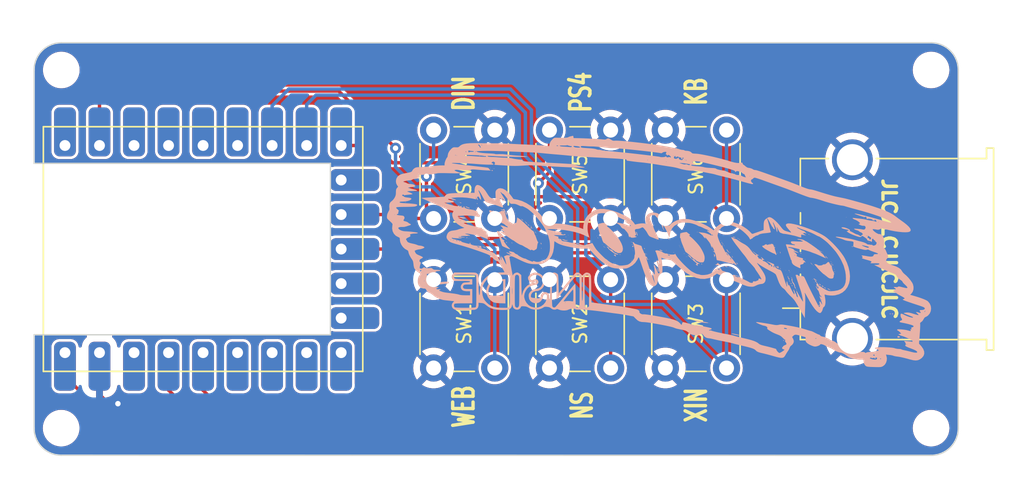
<source format=kicad_pcb>
(kicad_pcb (version 20221018) (generator pcbnew)
  (layers (0 "F.Cu" signal) (31 "B.Cu" signal) (34 "B.Paste" user) (35 "F.Paste" user) (36 "B.SilkS" user "B.Silkscreen") (37 "F.SilkS" user "F.Silkscreen") (38 "B.Mask" user) (39 "F.Mask" user) (44 "Edge.Cuts" user))
  (net 0 "")
  (net 1 "UP")
  (net 2 "OPTION")
  (net 3 "TP")
  (net 4 "SHARE")
  (net 5 "RIGHT")
  (net 6 "CROSS")
  (net 7 "CIRCLE")
  (net 8 "R2")
  (net 9 "R3")
  (net 10 "SQUARE")
  (net 11 "TRIANGLE")
  (net 12 "R1")
  (net 13 "PS")
  (net 14 "LEFT")
  (net 15 "L3")
  (net 16 "L2")
  (net 17 "L1")
  (net 18 "D_P")
  (net 19 "D_M")
  (net 20 "DOWN")
  (net 21 "+3.3V")
  (net 22 "+5V")
  (net 23 "GND")
  (footprint "MountingHole:MountingHole_2.2mm_M2" (layer "F.Cu") (at 97.8 51.65 90)
    (fp_text reference "H4" hide)
    (fp_text value "MountingHole")
    (pad "" np_thru_hole circle (at 0 0 90) (size 2.2 2.2) (drill 2.2) (layers "*.Cu" "*.Mask"))
  )
  (footprint "MountingHole:MountingHole_2.2mm_M2" (layer "F.Cu") (at 33.8 78 90)
    (fp_text reference "H1" hide)
    (fp_text value "MountingHole")
    (pad "" np_thru_hole circle (at 0 0 90) (size 2.2 2.2) (drill 2.2) (layers "*.Cu" "*.Mask"))
  )
  (footprint "Button_Switch_THT:SW_PUSH_6mm_H13mm" (layer "F.Cu") (at 61.2 62.575 90)
    (fp_text reference "SW4" (at 3.25 2.25 90) (layer "F.SilkS"))
    (fp_text value "SW_Push_Open")
    (pad "1" thru_hole circle (at 0 0 180) (size 2 2) (drill 1.1) (layers "*.Cu" "*.Mask") (net 10 "SQUARE"))
    (pad "1" thru_hole circle (at 6.5 0 180) (size 2 2) (drill 1.1) (layers "*.Cu" "*.Mask") (net 10 "SQUARE"))
    (pad "2" thru_hole circle (at 0 4.5 180) (size 2 2) (drill 1.1) (layers "*.Cu" "*.Mask") (net 23 "GND"))
    (pad "2" thru_hole circle (at 6.5 4.5 180) (size 2 2) (drill 1.1) (layers "*.Cu" "*.Mask") (net 23 "GND"))
  )
  (footprint "Connector_USB:USB_A_TE_292303-7_Horizontal" (layer "F.Cu") (at 94.71 64.825 90)
    (fp_text reference "J1" hide)
    (fp_text value "USB_A")
    (pad "1" smd rect (at -3.5 -6.38 90) (size 1.25 3) (layers "F.Cu" "F.Paste" "F.Mask") (net 22 "+5V"))
    (pad "2" smd rect (at -1 -6.38 90) (size 1.25 3) (layers "F.Cu" "F.Paste" "F.Mask") (net 19 "D_M"))
    (pad "3" smd rect (at 1 -6.38 90) (size 1.25 3) (layers "F.Cu" "F.Paste" "F.Mask") (net 18 "D_P"))
    (pad "4" smd rect (at 3.5 -6.38 90) (size 1.25 3) (layers "F.Cu" "F.Paste" "F.Mask") (net 23 "GND"))
    (pad "5" thru_hole circle (at -6.57 -2.7 90) (size 3 3) (drill 2.3) (layers "*.Cu" "*.Mask") (net 23 "GND"))
    (pad "5" thru_hole circle (at 6.57 -2.7 90) (size 3 3) (drill 2.3) (layers "*.Cu" "*.Mask") (net 23 "GND"))
  )
  (footprint "Button_Switch_THT:SW_PUSH_6mm_H13mm" (layer "F.Cu") (at 69.725 62.575 90)
    (fp_text reference "SW5" (at 3.25 2.25 90) (layer "F.SilkS"))
    (fp_text value "SW_Push_Open")
    (pad "1" thru_hole circle (at 0 0 180) (size 2 2) (drill 1.1) (layers "*.Cu" "*.Mask") (net 11 "TRIANGLE"))
    (pad "1" thru_hole circle (at 6.5 0 180) (size 2 2) (drill 1.1) (layers "*.Cu" "*.Mask") (net 11 "TRIANGLE"))
    (pad "2" thru_hole circle (at 0 4.5 180) (size 2 2) (drill 1.1) (layers "*.Cu" "*.Mask") (net 23 "GND"))
    (pad "2" thru_hole circle (at 6.5 4.5 180) (size 2 2) (drill 1.1) (layers "*.Cu" "*.Mask") (net 23 "GND"))
  )
  (footprint "Button_Switch_THT:SW_PUSH_6mm_H13mm" (layer "F.Cu") (at 74.225 67.075 -90)
    (fp_text reference "SW2" (at 3.25 2.25 90) (layer "F.SilkS"))
    (fp_text value "SW_Push_Open")
    (pad "1" thru_hole circle (at 0 0) (size 2 2) (drill 1.1) (layers "*.Cu" "*.Mask") (net 6 "CROSS"))
    (pad "1" thru_hole circle (at 6.5 0) (size 2 2) (drill 1.1) (layers "*.Cu" "*.Mask") (net 6 "CROSS"))
    (pad "2" thru_hole circle (at 0 4.5) (size 2 2) (drill 1.1) (layers "*.Cu" "*.Mask") (net 23 "GND"))
    (pad "2" thru_hole circle (at 6.5 4.5) (size 2 2) (drill 1.1) (layers "*.Cu" "*.Mask") (net 23 "GND"))
  )
  (footprint "MountingHole:MountingHole_2.2mm_M2" (layer "F.Cu") (at 97.8 78 90)
    (fp_text reference "H3" hide)
    (fp_text value "MountingHole")
    (pad "" np_thru_hole circle (at 0 0 90) (size 2.2 2.2) (drill 2.2) (layers "*.Cu" "*.Mask"))
  )
  (footprint "Button_Switch_THT:SW_PUSH_6mm_H13mm" (layer "F.Cu") (at 82.75 67.075 -90)
    (fp_text reference "SW3" (at 3.25 2.25 90) (layer "F.SilkS"))
    (fp_text value "SW_Push_Open")
    (pad "1" thru_hole circle (at 0 0) (size 2 2) (drill 1.1) (layers "*.Cu" "*.Mask") (net 7 "CIRCLE"))
    (pad "1" thru_hole circle (at 6.5 0) (size 2 2) (drill 1.1) (layers "*.Cu" "*.Mask") (net 7 "CIRCLE"))
    (pad "2" thru_hole circle (at 0 4.5) (size 2 2) (drill 1.1) (layers "*.Cu" "*.Mask") (net 23 "GND"))
    (pad "2" thru_hole circle (at 6.5 4.5) (size 2 2) (drill 1.1) (layers "*.Cu" "*.Mask") (net 23 "GND"))
  )
  (footprint "rp2040-zero,pretty:RP2040-Zero" (layer "F.Cu") (at 55.99 73.825 90)
    (fp_text reference "RZ1" hide)
    (fp_text value "RP2040-Zero")
    (pad "1" thru_hole roundrect (at 16.62 -21.91 270) (size 3.6 1.6) (drill 0.8 (offset -1 0)) (layers "*.Cu" "F.Mask") (net 4 "SHARE"))
    (pad "2" thru_hole roundrect (at 16.62 -19.37 270) (size 3.6 1.6) (drill 0.8 (offset -1 0)) (layers "*.Cu" "F.Mask") (net 2 "OPTION"))
    (pad "3" thru_hole roundrect (at 16.62 -16.83 270) (size 3.6 1.6) (drill 0.8 (offset -1 0)) (layers "*.Cu" "F.Mask") (net 1 "UP"))
    (pad "4" thru_hole roundrect (at 16.62 -14.29 270) (size 3.6 1.6) (drill 0.8 (offset -1 0)) (layers "*.Cu" "F.Mask") (net 20 "DOWN"))
    (pad "5" thru_hole roundrect (at 16.62 -11.75 270) (size 3.6 1.6) (drill 0.8 (offset -1 0)) (layers "*.Cu" "F.Mask") (net 5 "RIGHT"))
    (pad "6" thru_hole roundrect (at 16.62 -9.21 270) (size 3.6 1.6) (drill 0.8 (offset -1 0)) (layers "*.Cu" "F.Mask") (net 14 "LEFT"))
    (pad "7" thru_hole roundrect (at 16.62 -6.67 270) (size 3.6 1.6) (drill 0.8 (offset -1 0)) (layers "*.Cu" "F.Mask") (net 6 "CROSS"))
    (pad "8" thru_hole roundrect (at 16.62 -4.13 270) (size 3.6 1.6) (drill 0.8 (offset -1 0)) (layers "*.Cu" "F.Mask") (net 7 "CIRCLE"))
    (pad "9" thru_hole roundrect (at 16.62 -1.59 270) (size 3.6 1.6) (drill 0.8 (offset -1 0)) (layers "*.Cu" "F.Mask") (net 8 "R2"))
    (pad "10" thru_hole roundrect (at 14.08 -1.59 180) (size 3.6 1.6) (drill 0.8 (offset -1 0)) (layers "*.Cu" "F.Mask") (net 16 "L2"))
    (pad "11" thru_hole roundrect (at 11.54 -1.59 180) (size 3.6 1.6) (drill 0.8 (offset -1 0)) (layers "*.Cu" "F.Mask") (net 10 "SQUARE"))
    (pad "12" thru_hole roundrect (at 9 -1.59 180) (size 3.6 1.6) (drill 0.8 (offset -1 0)) (layers "*.Cu" "F.Mask") (net 11 "TRIANGLE"))
    (pad "13" thru_hole roundrect (at 6.46 -1.59 180) (size 3.6 1.6) (drill 0.8 (offset -1 0)) (layers "*.Cu" "F.Mask") (net 12 "R1"))
    (pad "14" thru_hole roundrect (at 3.92 -1.59 180) (size 3.6 1.6) (drill 0.8 (offset -1 0)) (layers "*.Cu" "F.Mask") (net 17 "L1"))
    (pad "15" thru_hole roundrect (at 1.38 -1.59 90) (size 3.6 1.6) (drill 0.8 (offset -1 0)) (layers "*.Cu" "F.Mask") (net 13 "PS"))
    (pad "16" thru_hole roundrect (at 1.38 -4.13 90) (size 3.6 1.6) (drill 0.8 (offset -1 0)) (layers "*.Cu" "F.Mask") (net 3 "TP"))
    (pad "17" thru_hole roundrect (at 1.38 -6.67 90) (size 3.6 1.6) (drill 0.8 (offset -1 0)) (layers "*.Cu" "F.Mask") (net 15 "L3"))
    (pad "18" thru_hole roundrect (at 1.38 -9.21 90) (size 3.6 1.6) (drill 0.8 (offset -1 0)) (layers "*.Cu" "F.Mask") (net 9 "R3"))
    (pad "19" thru_hole roundrect (at 1.38 -11.75 90) (size 3.6 1.6) (drill 0.8 (offset -1 0)) (layers "*.Cu" "F.Mask") (net 18 "D_P"))
    (pad "20" thru_hole roundrect (at 1.38 -14.29 90) (size 3.6 1.6) (drill 0.8 (offset -1 0)) (layers "*.Cu" "F.Mask") (net 19 "D_M"))
    (pad "21" thru_hole roundrect (at 1.38 -16.83 90) (size 3.6 1.6) (drill 0.8 (offset -1 0)) (layers "*.Cu" "F.Mask") (net 21 "+3.3V"))
    (pad "22" thru_hole roundrect (at 1.38 -21.91 90) (size 3.6 1.6) (drill 0.8 (offset -1 0)) (layers "*.Cu" "F.Mask") (net 22 "+5V"))
    (pad "23" thru_hole roundrect (at 1.38 -19.37 90) (size 3.6 1.6) (drill 0.8 (offset -1 0)) (layers "*.Cu" "F.Mask") (net 23 "GND"))
  )
  (footprint "Button_Switch_THT:SW_PUSH_6mm_H13mm" (layer "F.Cu") (at 65.7 67.075 -90)
    (fp_text reference "SW1" (at 3.25 2.25 90) (layer "F.SilkS"))
    (fp_text value "SW_Push_Open")
    (pad "1" thru_hole circle (at 0 0) (size 2 2) (drill 1.1) (layers "*.Cu" "*.Mask") (net 2 "OPTION"))
    (pad "1" thru_hole circle (at 6.5 0) (size 2 2) (drill 1.1) (layers "*.Cu" "*.Mask") (net 2 "OPTION"))
    (pad "2" thru_hole circle (at 0 4.5) (size 2 2) (drill 1.1) (layers "*.Cu" "*.Mask") (net 23 "GND"))
    (pad "2" thru_hole circle (at 6.5 4.5) (size 2 2) (drill 1.1) (layers "*.Cu" "*.Mask") (net 23 "GND"))
  )
  (footprint "MountingHole:MountingHole_2.2mm_M2" (layer "F.Cu") (at 33.81 51.65 90)
    (fp_text reference "H2" hide)
    (fp_text value "MountingHole")
    (pad "" np_thru_hole circle (at 0 0 90) (size 2.2 2.2) (drill 2.2) (layers "*.Cu" "*.Mask"))
  )
  (footprint "Button_Switch_THT:SW_PUSH_6mm_H13mm" (layer "F.Cu") (at 82.75 56.075 -90)
    (fp_text reference "SW6" (at 3.25 2.25 90) (layer "F.SilkS"))
    (fp_text value "SW_Push_Open")
    (pad "1" thru_hole circle (at 0 0) (size 2 2) (drill 1.1) (layers "*.Cu" "*.Mask") (net 8 "R2"))
    (pad "1" thru_hole circle (at 6.5 0) (size 2 2) (drill 1.1) (layers "*.Cu" "*.Mask") (net 8 "R2"))
    (pad "2" thru_hole circle (at 0 4.5) (size 2 2) (drill 1.1) (layers "*.Cu" "*.Mask") (net 23 "GND"))
    (pad "2" thru_hole circle (at 6.5 4.5) (size 2 2) (drill 1.1) (layers "*.Cu" "*.Mask") (net 23 "GND"))
  )
  (footprint "Logo:gp2040-ce-logo-inside-BW" (layer "B.Cu") (at 77.8 65 180)
    (fp_text reference "G***" hide)
    (fp_text value "LOGO" hide)
  )
  (gr_line (start 99.8 51.65) (end 99.8 78) (stroke (width 0.1)) (layer "Edge.Cuts"))
  (gr_line (start 53.61 71.13) (end 31.81 71.13) (stroke (width 0.1)) (layer "Edge.Cuts"))
  (gr_line (start 31.81 71.13) (end 31.81 78) (stroke (width 0.1)) (layer "Edge.Cuts"))
  (gr_arc (start 31.81 51.65) (mid 32.395786 50.235786) (end 33.81 49.65) (stroke (width 0.1)) (layer "Edge.Cuts"))
  (gr_line (start 31.81 58.52) (end 53.61 58.52) (stroke (width 0.1)) (layer "Edge.Cuts"))
  (gr_line (start 33.81 49.65) (end 97.8 49.65) (stroke (width 0.1)) (layer "Edge.Cuts"))
  (gr_line (start 31.81 51.65) (end 31.81 58.52) (stroke (width 0.1)) (layer "Edge.Cuts"))
  (gr_arc (start 97.8 49.65) (mid 99.214214 50.235786) (end 99.8 51.65) (stroke (width 0.1)) (layer "Edge.Cuts"))
  (gr_line (start 53.61 58.52) (end 53.61 71.13) (stroke (width 0.1)) (layer "Edge.Cuts"))
  (gr_line (start 97.8 80) (end 33.8 79.99) (stroke (width 0.1)) (layer "Edge.Cuts"))
  (gr_arc (start 33.8 79.99) (mid 32.392858 79.407142) (end 31.81 78) (stroke (width 0.1)) (layer "Edge.Cuts"))
  (gr_arc (start 99.8 78) (mid 99.214214 79.414214) (end 97.8 80) (stroke (width 0.1)) (layer "Edge.Cuts"))
  (gr_text "NS" (at 73 77.5 90) (layer "F.SilkS") (effects (font (size 1.5 1) (thickness 0.25) bold) (justify left bottom)))
  (gr_text "WEB" (at 64.3 78.1 90) (layer "F.SilkS") (effects (font (size 1.5 1) (thickness 0.25) bold) (justify left bottom)))
  (gr_text "PS4" (at 72.9 54.9 90) (layer "F.SilkS") (effects (font (size 1.5 1) (thickness 0.25) bold) (justify left bottom)))
  (gr_text "KB" (at 81.4 54.4 90) (layer "F.SilkS") (effects (font (size 1.5 1) (thickness 0.25) bold) (justify left bottom)))
  (gr_text "JLCJLCJLCJLC" (at 94.71 64.825 -90) (layer "F.SilkS") (effects (font (size 1 1) (thickness 0.25) bold)))
  (gr_text "DIN" (at 64.3 54.8 90) (layer "F.SilkS") (effects (font (size 1.5 1) (thickness 0.25) bold) (justify left bottom)))
  (gr_text "XIN\n" (at 81.4 77.7 90) (layer "F.SilkS") (effects (font (size 1.5 1) (thickness 0.25) bold) (justify left bottom)))
  (segment (start 58.4 57.4) (end 55.525 54.525) (width 0.25) (layer "F.Cu") (net 2))
  (segment (start 54.220305 53.2) (end 37.42 53.2) (width 0.25) (layer "F.Cu") (net 2))
  (segment (start 36.62 54) (end 36.62 57.205) (width 0.25) (layer "F.Cu") (net 2))
  (segment (start 55.525 54.525) (end 55.525 54.504695) (width 0.25) (layer "F.Cu") (net 2))
  (segment (start 55.525 54.504695) (end 54.220305 53.2) (width 0.25) (layer "F.Cu") (net 2))
  (segment (start 37.42 53.2) (end 36.62 54) (width 0.25) (layer "F.Cu") (net 2))
  (via (at 58.4 57.4) (size 0.8) (drill 0.4) (layers "F.Cu" "B.Cu") (net 2))
  (segment (start 58.4 58.8) (end 59.85 60.25) (width 0.25) (layer "B.Cu") (net 2))
  (segment (start 58.4 57.4) (end 58.4 58.8) (width 0.25) (layer "B.Cu") (net 2))
  (segment (start 59.85 60.25) (end 61.125 60.25) (width 0.25) (layer "B.Cu") (net 2))
  (segment (start 61.125 60.25) (end 65.7 64.825) (width 0.25) (layer "B.Cu") (net 2))
  (segment (start 65.7 73.575) (end 65.7 67.075) (width 0.25) (layer "B.Cu") (net 2))
  (segment (start 65.7 64.825) (end 65.7 67.075) (width 0.25) (layer "B.Cu") (net 2))
  (segment (start 74.225 67.075) (end 74.225 73.575) (width 0.25) (layer "F.Cu") (net 6))
  (segment (start 72.4 65.25) (end 72.4 61.8) (width 0.25) (layer "B.Cu") (net 6))
  (segment (start 72.4 61.8) (end 68.4 57.8) (width 0.25) (layer "B.Cu") (net 6))
  (segment (start 50.55 53.05) (end 49.32 54.28) (width 0.25) (layer "B.Cu") (net 6))
  (segment (start 68.4 57.8) (end 68.4 54.6) (width 0.25) (layer "B.Cu") (net 6))
  (segment (start 49.32 54.28) (end 49.32 57.205) (width 0.25) (layer "B.Cu") (net 6))
  (segment (start 66.85 53.05) (end 50.55 53.05) (width 0.25) (layer "B.Cu") (net 6))
  (segment (start 68.4 54.6) (end 66.85 53.05) (width 0.25) (layer "B.Cu") (net 6))
  (segment (start 74.225 67.075) (end 72.4 65.25) (width 0.25) (layer "B.Cu") (net 6))
  (segment (start 78.075 68.9) (end 73.6 68.9) (width 0.25) (layer "B.Cu") (net 7))
  (segment (start 73.6 68.9) (end 71.8 67.1) (width 0.25) (layer "B.Cu") (net 7))
  (segment (start 67.95 54.786396) (end 66.663604 53.5) (width 0.25) (layer "B.Cu") (net 7))
  (segment (start 67.95 57.986396) (end 67.95 54.786396) (width 0.25) (layer "B.Cu") (net 7))
  (segment (start 52.55 53.5) (end 51.86 54.19) (width 0.25) (layer "B.Cu") (net 7))
  (segment (start 82.75 73.575) (end 82.75 67.075) (width 0.25) (layer "B.Cu") (net 7))
  (segment (start 82.75 73.575) (end 78.075 68.9) (width 0.25) (layer "B.Cu") (net 7))
  (segment (start 71.8 67.1) (end 71.8 61.836396) (width 0.25) (layer "B.Cu") (net 7))
  (segment (start 66.663604 53.5) (end 52.55 53.5) (width 0.25) (layer "B.Cu") (net 7))
  (segment (start 71.8 61.836396) (end 67.95 57.986396) (width 0.25) (layer "B.Cu") (net 7))
  (segment (start 51.86 54.19) (end 51.86 57.205) (width 0.25) (layer "B.Cu") (net 7))
  (segment (start 82.75 62.575) (end 81.15 60.975) (width 0.25) (layer "F.Cu") (net 8))
  (segment (start 65.275 58.475) (end 58.175 58.475) (width 0.25) (layer "F.Cu") (net 8))
  (segment (start 67.775 60.975) (end 65.275 58.475) (width 0.25) (layer "F.Cu") (net 8))
  (segment (start 58.175 58.475) (end 56.905 57.205) (width 0.25) (layer "F.Cu") (net 8))
  (segment (start 81.15 60.975) (end 67.775 60.975) (width 0.25) (layer "F.Cu") (net 8))
  (segment (start 56.905 57.205) (end 54.4 57.205) (width 0.25) (layer "F.Cu") (net 8))
  (segment (start 82.75 62.575) (end 82.75 56.075) (width 0.25) (layer "B.Cu") (net 8))
  (segment (start 59.4475 62.285) (end 54.4 62.285) (width 0.25) (layer "F.Cu") (net 10))
  (segment (start 60.675 59.475) (end 60.675 62.05) (width 0.25) (layer "F.Cu") (net 10))
  (segment (start 60.675 62.05) (end 61.2 62.575) (width 0.25) (layer "F.Cu") (net 10))
  (segment (start 59.7375 62.575) (end 59.4475 62.285) (width 0.25) (layer "F.Cu") (net 10))
  (segment (start 61.2 62.575) (end 59.7375 62.575) (width 0.25) (layer "F.Cu") (net 10))
  (via (at 60.675 59.475) (size 0.8) (drill 0.4) (layers "F.Cu" "B.Cu") (net 10))
  (segment (start 61.2 58.2) (end 61.2 56.075) (width 0.25) (layer "B.Cu") (net 10))
  (segment (start 60.675 58.725) (end 61.2 58.2) (width 0.25) (layer "B.Cu") (net 10))
  (segment (start 60.675 59.475) (end 60.675 58.725) (width 0.25) (layer "B.Cu") (net 10))
  (segment (start 69.725 59.16573) (end 69.725 56.075) (width 0.25) (layer "F.Cu") (net 11))
  (segment (start 68.25 64.05) (end 60.413604 64.05) (width 0.25) (layer "F.Cu") (net 11))
  (segment (start 59.638604 64.825) (end 54.4 64.825) (width 0.25) (layer "F.Cu") (net 11))
  (segment (start 68.914868 59.975862) (end 69.725 59.16573) (width 0.25) (layer "F.Cu") (net 11))
  (segment (start 60.413604 64.05) (end 59.638604 64.825) (width 0.25) (layer "F.Cu") (net 11))
  (segment (start 69.725 62.575) (end 68.25 64.05) (width 0.25) (layer "F.Cu") (net 11))
  (via (at 68.914868 59.975862) (size 0.8) (drill 0.4) (layers "F.Cu" "B.Cu") (net 11))
  (segment (start 68.914868 59.975862) (end 68.914868 61.764868) (width 0.25) (layer "B.Cu") (net 11))
  (segment (start 68.914868 61.764868) (end 69.725 62.575) (width 0.25) (layer "B.Cu") (net 11))
  (segment (start 58.7 66.4) (end 58.7 72.163604) (width 0.25) (layer "F.Cu") (net 18))
  (segment (start 88.33 63.825) (end 86.275 63.825) (width 0.25) (layer "F.Cu") (net 18))
  (segment (start 86.275 63.825) (end 85.6 64.5) (width 0.25) (layer "F.Cu") (net 18))
  (segment (start 54.763604 76.1) (end 45.125 76.1) (width 0.25) (layer "F.Cu") (net 18))
  (segment (start 58.7 72.163604) (end 54.763604 76.1) (width 0.25) (layer "F.Cu") (net 18))
  (segment (start 85.6 64.5) (end 60.6 64.5) (width 0.25) (layer "F.Cu") (net 18))
  (segment (start 44.24 75.215) (end 44.24 72.445) (width 0.25) (layer "F.Cu") (net 18))
  (segment (start 45.125 76.1) (end 44.24 75.215) (width 0.25) (layer "F.Cu") (net 18))
  (segment (start 60.6 64.5) (end 58.7 66.4) (width 0.25) (layer "F.Cu") (net 18))
  (segment (start 59.15 72.35) (end 54.95 76.55) (width 0.25) (layer "F.Cu") (net 19))
  (segment (start 86.325 65.825) (end 85.6 65.1) (width 0.25) (layer "F.Cu") (net 19))
  (segment (start 43.05 76.55) (end 41.7 75.2) (width 0.25) (layer "F.Cu") (net 19))
  (segment (start 41.7 75.2) (end 41.7 72.445) (width 0.25) (layer "F.Cu") (net 19))
  (segment (start 60.636396 65.1) (end 59.15 66.586396) (width 0.25) (layer "F.Cu") (net 19))
  (segment (start 59.15 66.586396) (end 59.15 72.35) (width 0.25) (layer "F.Cu") (net 19))
  (segment (start 88.33 65.825) (end 86.325 65.825) (width 0.25) (layer "F.Cu") (net 19))
  (segment (start 54.95 76.55) (end 43.05 76.55) (width 0.25) (layer "F.Cu") (net 19))
  (segment (start 85.6 65.1) (end 60.636396 65.1) (width 0.25) (layer "F.Cu") (net 19))
  (segment (start 83.3 77) (end 36.9 77) (width 0.25) (layer "F.Cu") (net 22))
  (segment (start 88.33 68.325) (end 86.675 68.325) (width 0.25) (layer "F.Cu") (net 22))
  (segment (start 85.6 74.7) (end 83.3 77) (width 0.25) (layer "F.Cu") (net 22))
  (segment (start 86.675 68.325) (end 85.6 69.4) (width 0.25) (layer "F.Cu") (net 22))
  (segment (start 34.08 74.18) (end 34.08 72.445) (width 0.25) (layer "F.Cu") (net 22))
  (segment (start 36.9 77) (end 34.08 74.18) (width 0.25) (layer "F.Cu") (net 22))
  (segment (start 85.6 69.4) (end 85.6 74.7) (width 0.25) (layer "F.Cu") (net 22))
  (segment (start 37.975 76.2) (end 37.8 76.125) (width 0.25) (layer "F.Cu") (net 23))
  (segment (start 36.62 75.52) (end 37.3 76.2) (width 0.25) (layer "F.Cu") (net 23))
  (segment (start 36.62 72.445) (end 36.62 75.52) (width 0.25) (layer "F.Cu") (net 23))
  (segment (start 37.3 76.2) (end 37.975 76.2) (width 0.25) (layer "F.Cu") (net 23))
  (via (at 37.975 76.2) (size 0.8) (drill 0.4) (layers "F.Cu" "B.Cu") (net 23))
  (zone (net 23) (net_name "GND") (layers "F&B.Cu") (connect_pads (clearance 0)) (min_thickness 0.25) (fill yes (thermal_gap 0.5) (thermal_bridge_width 0.5))
    (polygon (pts (xy 29.3 47.35) (xy 103.9 47.35) (xy 103.9 83.6) (xy 29.3 83.6)))
  )
)
</source>
